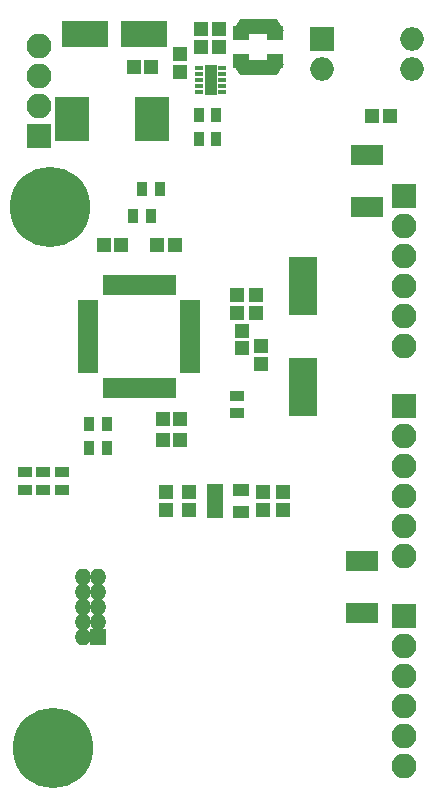
<source format=gts>
G04 #@! TF.FileFunction,Soldermask,Top*
%FSLAX46Y46*%
G04 Gerber Fmt 4.6, Leading zero omitted, Abs format (unit mm)*
G04 Created by KiCad (PCBNEW 4.0.7) date Saturday, June 23, 2018 'PMt' 03:17:16 PM*
%MOMM*%
%LPD*%
G01*
G04 APERTURE LIST*
%ADD10C,0.100000*%
%ADD11R,2.000000X2.000000*%
%ADD12O,2.000000X2.000000*%
%ADD13C,6.800000*%
%ADD14R,1.700000X0.650000*%
%ADD15R,0.650000X1.700000*%
%ADD16R,1.150000X1.200000*%
%ADD17R,1.200000X1.150000*%
%ADD18R,1.300000X0.900000*%
%ADD19R,0.900000X1.300000*%
%ADD20R,1.460000X1.050000*%
%ADD21R,2.400000X4.900000*%
%ADD22R,1.400000X1.290000*%
%ADD23R,2.400000X0.730000*%
%ADD24R,0.640000X0.390000*%
%ADD25R,0.980000X2.540000*%
%ADD26C,0.480000*%
%ADD27R,1.400000X1.400000*%
%ADD28O,1.400000X1.400000*%
%ADD29R,2.100000X2.100000*%
%ADD30O,2.100000X2.100000*%
%ADD31R,3.900000X2.200000*%
%ADD32R,2.900000X3.700000*%
%ADD33R,0.700000X1.800000*%
G04 APERTURE END LIST*
D10*
D11*
X249980000Y-57800000D03*
D12*
X257600000Y-60340000D03*
X249980000Y-60340000D03*
X257600000Y-57800000D03*
D13*
X227200000Y-117800000D03*
D14*
X238850000Y-85750000D03*
X238850000Y-85250000D03*
X238850000Y-84750000D03*
X238850000Y-84250000D03*
X238850000Y-83750000D03*
X238850000Y-83250000D03*
X238850000Y-82750000D03*
X238850000Y-82250000D03*
X238850000Y-81750000D03*
X238850000Y-81250000D03*
X238850000Y-80750000D03*
X238850000Y-80250000D03*
D15*
X237250000Y-78650000D03*
X236750000Y-78650000D03*
X236250000Y-78650000D03*
X235750000Y-78650000D03*
X235250000Y-78650000D03*
X234750000Y-78650000D03*
X234250000Y-78650000D03*
X233750000Y-78650000D03*
X233250000Y-78650000D03*
X232750000Y-78650000D03*
X232250000Y-78650000D03*
X231750000Y-78650000D03*
D14*
X230150000Y-80250000D03*
X230150000Y-80750000D03*
X230150000Y-81250000D03*
X230150000Y-81750000D03*
X230150000Y-82250000D03*
X230150000Y-82750000D03*
X230150000Y-83250000D03*
X230150000Y-83750000D03*
X230150000Y-84250000D03*
X230150000Y-84750000D03*
X230150000Y-85250000D03*
X230150000Y-85750000D03*
D15*
X231750000Y-87350000D03*
X232250000Y-87350000D03*
X232750000Y-87350000D03*
X233250000Y-87350000D03*
X233750000Y-87350000D03*
X234250000Y-87350000D03*
X234750000Y-87350000D03*
X235250000Y-87350000D03*
X235750000Y-87350000D03*
X236250000Y-87350000D03*
X236750000Y-87350000D03*
X237250000Y-87350000D03*
D16*
X244400000Y-79500000D03*
X244400000Y-81000000D03*
X242800000Y-79500000D03*
X242800000Y-81000000D03*
D17*
X238000000Y-91750000D03*
X236500000Y-91750000D03*
X238000000Y-90000000D03*
X236500000Y-90000000D03*
X237500000Y-75250000D03*
X236000000Y-75250000D03*
X231500000Y-75250000D03*
X233000000Y-75250000D03*
X254250000Y-64300000D03*
X255750000Y-64300000D03*
X234050000Y-60150000D03*
X235550000Y-60150000D03*
X239750000Y-58500000D03*
X241250000Y-58500000D03*
D16*
X236800000Y-97650000D03*
X236800000Y-96150000D03*
X246700000Y-97650000D03*
X246700000Y-96150000D03*
X244800000Y-83800000D03*
X244800000Y-85300000D03*
X243200000Y-82500000D03*
X243200000Y-84000000D03*
D18*
X242750000Y-88000000D03*
X242750000Y-89500000D03*
D19*
X235500000Y-72750000D03*
X234000000Y-72750000D03*
X231750000Y-92400000D03*
X230250000Y-92400000D03*
X236250000Y-70500000D03*
X234750000Y-70500000D03*
D18*
X226400000Y-95950000D03*
X226400000Y-94450000D03*
X224800000Y-94450000D03*
X224800000Y-95950000D03*
X228000000Y-94450000D03*
X228000000Y-95950000D03*
D19*
X231750000Y-90400000D03*
X230250000Y-90400000D03*
X241050000Y-66250000D03*
X239550000Y-66250000D03*
X239550000Y-64250000D03*
X241050000Y-64250000D03*
D20*
X240900000Y-95950000D03*
X240900000Y-96900000D03*
X240900000Y-97850000D03*
X243100000Y-97850000D03*
X243100000Y-95950000D03*
D21*
X248400000Y-87250000D03*
X248400000Y-78750000D03*
D10*
G36*
X246745000Y-57090000D02*
X242455000Y-57090000D01*
X243005000Y-56130000D01*
X246195000Y-56130000D01*
X246745000Y-57090000D01*
X246745000Y-57090000D01*
G37*
D22*
X243150000Y-57330000D03*
X246040000Y-57330000D03*
X246040000Y-59670000D03*
D10*
G36*
X242455000Y-59910000D02*
X246745000Y-59910000D01*
X246195000Y-60870000D01*
X243005000Y-60870000D01*
X242455000Y-59910000D01*
X242455000Y-59910000D01*
G37*
D22*
X243160000Y-59670000D03*
D23*
X244580000Y-57050000D03*
X244600000Y-59950000D03*
D24*
X239600000Y-60250000D03*
X239600000Y-60750000D03*
X239600000Y-61250000D03*
X239600000Y-61750000D03*
X239600000Y-62250000D03*
X241500000Y-62250000D03*
X241500000Y-61750000D03*
X241500000Y-61250000D03*
X241500000Y-60750000D03*
X241500000Y-60250000D03*
D25*
X240550000Y-61250000D03*
D26*
X240550000Y-61250000D03*
X240550000Y-62200000D03*
X240550000Y-60300000D03*
D27*
X230990000Y-108410000D03*
D28*
X229720000Y-108410000D03*
X230990000Y-107140000D03*
X229720000Y-107140000D03*
X230990000Y-105870000D03*
X229720000Y-105870000D03*
X230990000Y-104600000D03*
X229720000Y-104600000D03*
X230990000Y-103330000D03*
X229720000Y-103330000D03*
D29*
X226000000Y-66040000D03*
D30*
X226000000Y-63500000D03*
X226000000Y-60960000D03*
X226000000Y-58420000D03*
D29*
X256921000Y-71120000D03*
D30*
X256921000Y-73660000D03*
X256921000Y-76200000D03*
X256921000Y-78740000D03*
X256921000Y-81280000D03*
X256921000Y-83820000D03*
D29*
X256921000Y-88900000D03*
D30*
X256921000Y-91440000D03*
X256921000Y-93980000D03*
X256921000Y-96520000D03*
X256921000Y-99060000D03*
X256921000Y-101600000D03*
D29*
X256921000Y-106680000D03*
D30*
X256921000Y-109220000D03*
X256921000Y-111760000D03*
X256921000Y-114300000D03*
X256921000Y-116840000D03*
X256921000Y-119380000D03*
D13*
X227000000Y-72000000D03*
D16*
X238700000Y-97650000D03*
X238700000Y-96150000D03*
X245000000Y-97650000D03*
X245000000Y-96150000D03*
X238000000Y-59100000D03*
X238000000Y-60600000D03*
D17*
X239750000Y-57000000D03*
X241250000Y-57000000D03*
D31*
X234950000Y-57350000D03*
X229950000Y-57350000D03*
D32*
X235600000Y-64600000D03*
X228800000Y-64600000D03*
D33*
X254800000Y-67600000D03*
X254300000Y-67600000D03*
X253800000Y-67600000D03*
X253300000Y-67600000D03*
X252800000Y-67600000D03*
X252800000Y-72000000D03*
X253300000Y-72000000D03*
X253800000Y-72000000D03*
X254300000Y-72000000D03*
X254800000Y-72000000D03*
X254400000Y-102000000D03*
X253900000Y-102000000D03*
X253400000Y-102000000D03*
X252900000Y-102000000D03*
X252400000Y-102000000D03*
X252400000Y-106400000D03*
X252900000Y-106400000D03*
X253400000Y-106400000D03*
X253900000Y-106400000D03*
X254400000Y-106400000D03*
M02*

</source>
